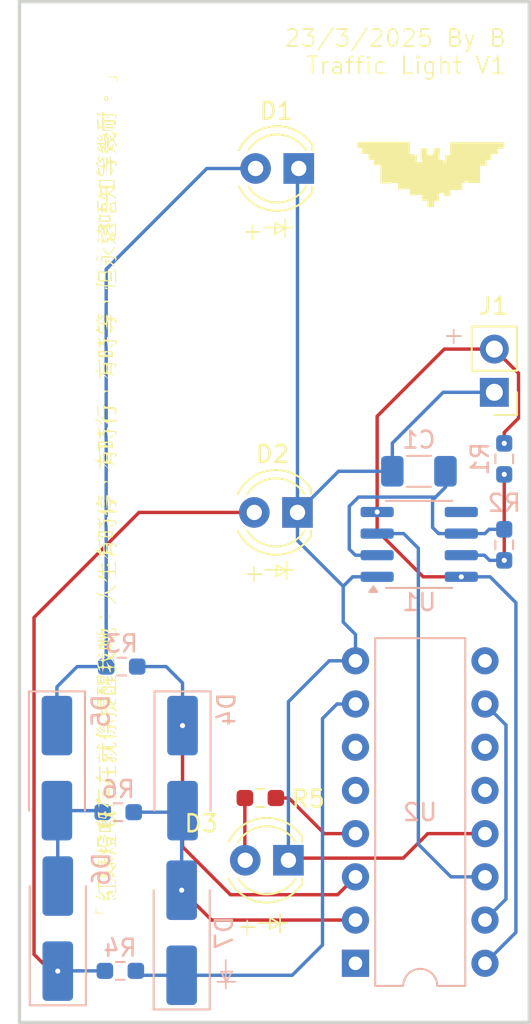
<source format=kicad_pcb>
(kicad_pcb (version 20240108) (generator "pcbnew") (generator_version "8.0")
  (layers (0 "F.Cu" signal) (31 "B.Cu" signal) (34 "B.Paste" user) (35 "F.Paste" user) (36 "B.SilkS" user "B.Silkscreen") (37 "F.SilkS" user "F.Silkscreen") (38 "B.Mask" user) (39 "F.Mask" user) (44 "Edge.Cuts" user))
  (net 0 "")
  (net 1 "Net-(U1-THR)")
  (net 2 "GND")
  (net 3 "Net-(D1-A)")
  (net 4 "Net-(D2-A)")
  (net 5 "Net-(D3-A)")
  (net 6 "Net-(D4-A)")
  (net 7 "Net-(D4-K)")
  (net 8 "Net-(D5-A)")
  (net 9 "/VBus")
  (net 10 "Net-(U1-DIS)")
  (net 11 "Net-(U2-Q2)")
  (net 13 "Net-(U1-Q)")
  (net 14 "Net-(U2-Q4)")
  (net 21 "Net-(D7-K)")
  (footprint "LED_THT:LED_D4.0mm" (layer "F.Cu") (at 145.3952 100.4118 180)
    (property "Reference" "D2" (at 1.4732 3.429 180) (layer "F.SilkS"))
    (property "Value" "AMBER" (hide yes))
    (pad "1" thru_hole rect (at 0 0 180) (size 1.8 1.8) (drill 0.9) (layers "*.Cu" "*.Mask") (net 2 "GND"))
    (pad "2" thru_hole circle (at 2.54 0 180) (size 1.8 1.8) (drill 0.9) (layers "*.Cu" "*.Mask") (net 4 "Net-(D2-A)"))
  )
  (footprint "LOGO" (layer "F.Cu") (at 153.048883 80.559177)
    (property "Reference" "G***" (hide yes))
    (property "Value" "LOGO" (hide yes))
  )
  (footprint "LOGO" (layer "F.Cu") (at 134.0358 99.2378 90)
    (property "Reference" "G***" (hide yes))
    (property "Value" "LOGO" (hide yes))
  )
  (footprint "LED_THT:LED_D4.0mm" (layer "F.Cu") (at 145.4714 80.1934 180)
    (property "Reference" "D1" (at 1.3208 3.3782 180) (layer "F.SilkS"))
    (property "Value" "RED" (hide yes))
    (pad "1" thru_hole rect (at 0 0 180) (size 1.8 1.8) (drill 0.9) (layers "*.Cu" "*.Mask") (net 2 "GND"))
    (pad "2" thru_hole circle (at 2.54 0 180) (size 1.8 1.8) (drill 0.9) (layers "*.Cu" "*.Mask") (net 3 "Net-(D1-A)"))
  )
  (footprint "LED_THT:LED_D4.0mm" (layer "F.Cu") (at 144.8618 120.8588 180)
    (property "Reference" "D3" (at 5.1308 2.159 180) (layer "F.SilkS"))
    (property "Value" "GREEN" (hide yes))
    (pad "1" thru_hole rect (at 0 0 180) (size 1.8 1.8) (drill 0.9) (layers "*.Cu" "*.Mask") (net 2 "GND"))
    (pad "2" thru_hole circle (at 2.54 0 180) (size 1.8 1.8) (drill 0.9) (layers "*.Cu" "*.Mask") (net 5 "Net-(D3-A)"))
  )
  (footprint "Resistor_SMD:R_0603_1608Metric_Pad0.98x0.95mm_HandSolder" (layer "F.Cu") (at 143.2127 117.2012)
    (property "Reference" "R5" (at 2.8175 0.0508 0) (layer "F.SilkS"))
    (property "Value" "180" (hide yes))
    (pad "1" smd roundrect (at -0.9125 0) (size 0.975 0.95) (layers "F.Cu" "F.Paste" "F.Mask") (net 5 "Net-(D3-A)"))
    (pad "2" smd roundrect (at 0.9125 0) (size 0.975 0.95) (layers "F.Cu" "F.Paste" "F.Mask") (net 11 "Net-(U2-Q2)"))
  )
  (footprint "Connector_PinHeader_2.54mm:PinHeader_1x02_P2.54mm_Vertical" (layer "F.Cu") (at 156.9776 93.3506 180)
    (property "Reference" "J1" (at 0.0508 5.08 0) (layer "F.SilkS"))
    (property "Value" "Power" (hide yes))
    (pad "1" thru_hole rect (at 0 0 180) (size 1.7 1.7) (drill 1) (layers "*.Cu" "*.Mask") (net 2 "GND"))
    (pad "2" thru_hole oval (at 0 2.54 180) (size 1.7 1.7) (drill 1) (layers "*.Cu" "*.Mask") (net 9 "/VBus"))
  )
  (footprint "Package_DIP:DIP-16_W7.62mm" (layer "B.Cu") (at 148.8088 126.9144)
    (property "Reference" "U2" (at 3.8 -8.875 0) (layer "B.SilkS") (effects (justify mirror)))
    (property "Value" "4017" (hide yes))
    (pad "1" thru_hole rect (at 0 0) (size 1.6 1.6) (drill 0.8) (layers "*.Cu" "*.Mask"))
    (pad "2" thru_hole oval (at 0 -2.54) (size 1.6 1.6) (drill 0.8) (layers "*.Cu" "*.Mask") (net 6 "Net-(D4-A)"))
    (pad "3" thru_hole oval (at 0 -5.08) (size 1.6 1.6) (drill 0.8) (layers "*.Cu" "*.Mask") (net 7 "Net-(D4-K)"))
    (pad "4" thru_hole oval (at 0 -7.62) (size 1.6 1.6) (drill 0.8) (layers "*.Cu" "*.Mask") (net 11 "Net-(U2-Q2)"))
    (pad "5" thru_hole oval (at 0 -10.16) (size 1.6 1.6) (drill 0.8) (layers "*.Cu" "*.Mask"))
    (pad "6" thru_hole oval (at 0 -12.7) (size 1.6 1.6) (drill 0.8) (layers "*.Cu" "*.Mask"))
    (pad "7" thru_hole oval (at 0 -15.24) (size 1.6 1.6) (drill 0.8) (layers "*.Cu" "*.Mask") (net 21 "Net-(D7-K)"))
    (pad "8" thru_hole oval (at 0 -17.78) (size 1.6 1.6) (drill 0.8) (layers "*.Cu" "*.Mask") (net 2 "GND"))
    (pad "9" thru_hole oval (at 7.62 -17.78) (size 1.6 1.6) (drill 0.8) (layers "*.Cu" "*.Mask"))
    (pad "10" thru_hole oval (at 7.62 -15.24) (size 1.6 1.6) (drill 0.8) (layers "*.Cu" "*.Mask") (net 14 "Net-(U2-Q4)"))
    (pad "11" thru_hole oval (at 7.62 -12.7) (size 1.6 1.6) (drill 0.8) (layers "*.Cu" "*.Mask"))
    (pad "12" thru_hole oval (at 7.62 -10.16) (size 1.6 1.6) (drill 0.8) (layers "*.Cu" "*.Mask"))
    (pad "13" thru_hole oval (at 7.62 -7.62) (size 1.6 1.6) (drill 0.8) (layers "*.Cu" "*.Mask") (net 2 "GND"))
    (pad "14" thru_hole oval (at 7.62 -5.08) (size 1.6 1.6) (drill 0.8) (layers "*.Cu" "*.Mask") (net 13 "Net-(U1-Q)"))
    (pad "15" thru_hole oval (at 7.62 -2.54) (size 1.6 1.6) (drill 0.8) (layers "*.Cu" "*.Mask") (net 14 "Net-(U2-Q4)"))
    (pad "16" thru_hole oval (at 7.62 0) (size 1.6 1.6) (drill 0.8) (layers "*.Cu" "*.Mask") (net 9 "/VBus"))
  )
  (footprint "Resistor_SMD:R_0603_1608Metric_Pad0.98x0.95mm_HandSolder" (layer "B.Cu") (at 157.5618 102.3168 90)
    (property "Reference" "R2" (at 2.4619 0 180) (layer "B.SilkS") (effects (justify mirror)))
    (property "Value" "5k" (hide yes))
    (pad "1" smd roundrect (at -0.9125 0 90) (size 0.975 0.95) (layers "B.Cu" "B.Paste" "B.Mask") (net 10 "Net-(U1-DIS)"))
    (pad "2" smd roundrect (at 0.9125 0 90) (size 0.975 0.95) (layers "B.Cu" "B.Paste" "B.Mask") (net 1 "Net-(U1-THR)"))
  )
  (footprint "Diode_SMD:D_SMA_Handsoldering" (layer "B.Cu") (at 138.5824 125.1204 90)
    (property "Reference" "D7" (at 0 2.5 90) (layer "B.SilkS") (effects (justify mirror)))
    (property "Value" "D_Schottky" (hide yes))
    (pad "1" smd roundrect (at -2.5 0 90) (size 3.5 1.8) (layers "B.Cu" "B.Paste" "B.Mask") (roundrect_rratio 0.1388888889) (net 21 "Net-(D7-K)"))
    (pad "2" smd roundrect (at 2.5 0 90) (size 3.5 1.8) (layers "B.Cu" "B.Paste" "B.Mask") (roundrect_rratio 0.1388888889) (net 6 "Net-(D4-A)"))
  )
  (footprint "Resistor_SMD:R_0603_1608Metric_Pad0.98x0.95mm_HandSolder" (layer "B.Cu") (at 135.0537 109.474)
    (property "Reference" "R3" (at -0.0235 -1.3462 0) (layer "B.SilkS") (effects (justify mirror)))
    (property "Value" "180" (hide yes))
    (pad "1" smd roundrect (at -0.9125 0) (size 0.975 0.95) (layers "B.Cu" "B.Paste" "B.Mask") (net 3 "Net-(D1-A)"))
    (pad "2" smd roundrect (at 0.9125 0) (size 0.975 0.95) (layers "B.Cu" "B.Paste" "B.Mask") (net 7 "Net-(D4-K)"))
  )
  (footprint "Diode_SMD:D_SMA_Handsoldering" (layer "B.Cu") (at 131.2418 115.443 -90)
    (property "Reference" "D5" (at -3.3528 -2.5908 90) (layer "B.SilkS") (effects (justify mirror)))
    (property "Value" "D_Schottky" (hide yes))
    (pad "1" smd roundrect (at -2.5 0 270) (size 3.5 1.8) (layers "B.Cu" "B.Paste" "B.Mask") (roundrect_rratio 0.1388888889) (net 3 "Net-(D1-A)"))
    (pad "2" smd roundrect (at 2.5 0 270) (size 3.5 1.8) (layers "B.Cu" "B.Paste" "B.Mask") (roundrect_rratio 0.1388888889) (net 8 "Net-(D5-A)"))
  )
  (footprint "Package_SO:SOIC-8_3.9x4.9mm_P1.27mm" (layer "B.Cu") (at 152.558 102.2914)
    (property "Reference" "U1" (at 0 3.4 0) (layer "B.SilkS") (effects (justify mirror)))
    (property "Value" "LM555xM" (hide yes))
    (pad "1" smd roundrect (at -2.475 1.905) (size 1.95 0.6) (layers "B.Cu" "B.Paste" "B.Mask") (net 2 "GND"))
    (pad "2" smd roundrect (at -2.475 0.635) (size 1.95 0.6) (layers "B.Cu" "B.Paste" "B.Mask") (net 1 "Net-(U1-THR)"))
    (pad "3" smd roundrect (at -2.475 -0.635) (size 1.95 0.6) (layers "B.Cu" "B.Paste" "B.Mask") (net 13 "Net-(U1-Q)"))
    (pad "4" smd roundrect (at -2.475 -1.905) (size 1.95 0.6) (layers "B.Cu" "B.Paste" "B.Mask") (net 9 "/VBus"))
    (pad "5" smd roundrect (at 2.475 -1.905) (size 1.95 0.6) (layers "B.Cu" "B.Paste" "B.Mask"))
    (pad "6" smd roundrect (at 2.475 -0.635) (size 1.95 0.6) (layers "B.Cu" "B.Paste" "B.Mask") (net 1 "Net-(U1-THR)"))
    (pad "7" smd roundrect (at 2.475 0.635) (size 1.95 0.6) (layers "B.Cu" "B.Paste" "B.Mask") (net 10 "Net-(U1-DIS)"))
    (pad "8" smd roundrect (at 2.475 1.905) (size 1.95 0.6) (layers "B.Cu" "B.Paste" "B.Mask") (net 9 "/VBus"))
  )
  (footprint "Resistor_SMD:R_0603_1608Metric_Pad0.98x0.95mm_HandSolder" (layer "B.Cu") (at 134.9756 127.3612)
    (property "Reference" "R4" (at -0.0235 -1.3462 0) (layer "B.SilkS") (effects (justify mirror)))
    (property "Value" "180" (hide yes))
    (pad "1" smd roundrect (at -0.9125 0) (size 0.975 0.95) (layers "B.Cu" "B.Paste" "B.Mask") (net 4 "Net-(D2-A)"))
    (pad "2" smd roundrect (at 0.9125 0) (size 0.975 0.95) (layers "B.Cu" "B.Paste" "B.Mask") (net 21 "Net-(D7-K)"))
  )
  (footprint "Capacitor_SMD:C_1206_3216Metric_Pad1.33x1.80mm_HandSolder" (layer "B.Cu") (at 152.5393 97.9932 180)
    (property "Reference" "C1" (at 0 1.85 0) (layer "B.SilkS") (effects (justify mirror)))
    (property "Value" "22uF" (hide yes))
    (pad "1" smd roundrect (at -1.5625 0 180) (size 1.325 1.8) (layers "B.Cu" "B.Paste" "B.Mask") (roundrect_rratio 0.188679) (net 1 "Net-(U1-THR)"))
    (pad "2" smd roundrect (at 1.5625 0 180) (size 1.325 1.8) (layers "B.Cu" "B.Paste" "B.Mask") (roundrect_rratio 0.188679) (net 2 "GND"))
  )
  (footprint "Resistor_SMD:R_0603_1608Metric_Pad0.98x0.95mm_HandSolder" (layer "B.Cu") (at 157.5618 97.2641 -90)
    (property "Reference" "R1" (at 0 1.43 90) (layer "B.SilkS") (effects (justify mirror)))
    (property "Value" "10k" (hide yes))
    (pad "1" smd roundrect (at -0.9125 0 270) (size 0.975 0.95) (layers "B.Cu" "B.Paste" "B.Mask") (net 9 "/VBus"))
    (pad "2" smd roundrect (at 0.9125 0 270) (size 0.975 0.95) (layers "B.Cu" "B.Paste" "B.Mask") (net 10 "Net-(U1-DIS)"))
  )
  (footprint "Resistor_SMD:R_0603_1608Metric_Pad0.98x0.95mm_HandSolder" (layer "B.Cu") (at 134.8486 118.0338)
    (property "Reference" "R6" (at 0 -1.3462 0) (layer "B.SilkS") (effects (justify mirror)))
    (property "Value" "400" (hide yes))
    (pad "1" smd roundrect (at -0.9125 0) (size 0.975 0.95) (layers "B.Cu" "B.Paste" "B.Mask") (net 8 "Net-(D5-A)"))
    (pad "2" smd roundrect (at 0.9125 0) (size 0.975 0.95) (layers "B.Cu" "B.Paste" "B.Mask") (net 6 "Net-(D4-A)"))
  )
  (footprint "Diode_SMD:D_SMA_Handsoldering" (layer "B.Cu") (at 138.6332 115.443 -90)
    (property "Reference" "D4" (at -3.4544 -2.5908 90) (layer "B.SilkS") (effects (justify mirror)))
    (property "Value" "D_Schottky" (hide yes))
    (pad "1" smd roundrect (at -2.5 0 270) (size 3.5 1.8) (layers "B.Cu" "B.Paste" "B.Mask") (roundrect_rratio 0.1388888889) (net 7 "Net-(D4-K)"))
    (pad "2" smd roundrect (at 2.5 0 270) (size 3.5 1.8) (layers "B.Cu" "B.Paste" "B.Mask") (roundrect_rratio 0.1388888889) (net 6 "Net-(D4-A)"))
  )
  (footprint "Diode_SMD:D_SMA_Handsoldering" (layer "B.Cu") (at 131.2926 124.8772 90)
    (property "Reference" "D6" (at 3.4906 2.5654 90) (layer "B.SilkS") (effects (justify mirror)))
    (property "Value" "D_Schottky" (hide yes))
    (pad "1" smd roundrect (at -2.5 0 90) (size 3.5 1.8) (layers "B.Cu" "B.Paste" "B.Mask") (roundrect_rratio 0.1388888889) (net 4 "Net-(D2-A)"))
    (pad "2" smd roundrect (at 2.5 0 90) (size 3.5 1.8) (layers "B.Cu" "B.Paste" "B.Mask") (roundrect_rratio 0.1388888889) (net 8 "Net-(D5-A)"))
  )
  (gr_line (start 141.1732 128.4097) (end 141.1732 126.7333) (stroke (width 0.1)) (layer "B.SilkS"))
  (gr_line (start 141.5542 127.3937) (end 140.8938 127.4191) (stroke (width 0.1)) (layer "B.SilkS"))
  (gr_line (start 141.732 128.0033) (end 140.6906 128.0033) (stroke (width 0.1)) (layer "B.SilkS"))
  (gr_line (start 141.2113 128.0033) (end 141.5542 127.3937) (stroke (width 0.1)) (layer "B.SilkS"))
  (gr_line (start 154.178 90.043) (end 155.0162 90.043) (stroke (width 0.1)) (layer "B.SilkS"))
  (gr_line (start 154.5844 89.662) (end 154.5844 90.4748) (stroke (width 0.1)) (layer "B.SilkS"))
  (gr_line (start 141.2113 128.0033) (end 140.8938 127.4191) (stroke (width 0.1)) (layer "B.SilkS"))
  (gr_line (start 145.161 103.7844) (end 143.4846 103.7844) (stroke (width 0.1)) (layer "F.SilkS"))
  (gr_line (start 144.7546 104.3432) (end 144.7546 103.3018) (stroke (width 0.1)) (layer "F.SilkS"))
  (gr_line (start 144.7546 103.8225) (end 144.145 104.1654) (stroke (width 0.1)) (layer "F.SilkS"))
  (gr_line (start 144.3736 124.5743) (end 143.764 124.9172) (stroke (width 0.1)) (layer "F.SilkS"))
  (gr_line (start 144.6784 83.7057) (end 144.0942 83.3882) (stroke (width 0.1)) (layer "F.SilkS"))
  (gr_line (start 144.7546 103.8225) (end 144.1704 103.505) (stroke (width 0.1)) (layer "F.SilkS"))
  (gr_line (start 144.0688 84.0486) (end 144.0942 83.3882) (stroke (width 0.1)) (layer "F.SilkS"))
  (gr_line (start 144.3736 125.095) (end 144.3736 124.0536) (stroke (width 0.1)) (layer "F.SilkS"))
  (gr_line (start 142.8242 103.6574) (end 142.8242 104.4702) (stroke (width 0.1)) (layer "F.SilkS"))
  (gr_line (start 144.3736 124.5743) (end 143.7894 124.2568) (stroke (width 0.1)) (layer "F.SilkS"))
  (gr_line (start 144.6784 83.7057) (end 144.0688 84.0486) (stroke (width 0.1)) (layer "F.SilkS"))
  (gr_line (start 144.78 124.5362) (end 143.1036 124.5362) (stroke (width 0.1)) (layer "F.SilkS"))
  (gr_line (start 144.145 104.1654) (end 144.1704 103.505) (stroke (width 0.1)) (layer "F.SilkS"))
  (gr_line (start 142.748 83.5406) (end 142.748 84.3534) (stroke (width 0.1)) (layer "F.SilkS"))
  (gr_line (start 142.8877 124.7902) (end 142.0495 124.7902) (stroke (width 0.1)) (layer "F.SilkS"))
  (gr_line (start 143.2687 104.0384) (end 142.4305 104.0384) (stroke (width 0.1)) (layer "F.SilkS"))
  (gr_line (start 142.4432 124.4092) (end 142.4432 125.222) (stroke (width 0.1)) (layer "F.SilkS"))
  (gr_line (start 145.0848 83.6676) (end 143.4084 83.6676) (stroke (width 0.1)) (layer "F.SilkS"))
  (gr_line (start 143.764 124.9172) (end 143.7894 124.2568) (stroke (width 0.1)) (layer "F.SilkS"))
  (gr_line (start 144.6784 84.2264) (end 144.6784 83.185) (stroke (width 0.1)) (layer "F.SilkS"))
  (gr_line (start 143.1925 83.9216) (end 142.3543 83.9216) (stroke (width 0.1)) (layer "F.SilkS"))
  (gr_rect (start 129.0376 70.389) (end 159.0376 130.389) (stroke (width 0.2)) (fill none) (layer "Edge.Cuts"))
  (gr_text "23/3/2025 By B\nTraffic Light V1" (at 157.734 74.7268 0) (layer "F.SilkS") (effects (font (size 1 1) (thickness 0.1)) (justify right bottom)))
  (segment (start 153.3454 101.3008) (end 153.3454 99.6894) (width 0.2) (layer "B.Cu") (net 1))
  (segment (start 148.4432 102.5708) (end 148.7988 102.9264) (width 0.2) (layer "B.Cu") (net 1))
  (segment (start 153.701 101.6564) (end 155.033 101.6564) (width 0.2) (layer "B.Cu") (net 1))
  (segment (start 156.4188 101.6564) (end 155.033 101.6564) (width 0.2) (layer "B.Cu") (net 1))
  (segment (start 157.5618 101.4043) (end 156.6709 101.4043) (width 0.2) (layer "B.Cu") (net 1))
  (segment (start 148.4432 100.0562) (end 148.4432 102.5708) (width 0.2) (layer "B.Cu") (net 1))
  (segment (start 148.989 99.5104) (end 148.4432 100.0562) (width 0.2) (layer "B.Cu") (net 1))
  (segment (start 153.3454 101.3008) (end 153.701 101.6564) (width 0.2) (layer "B.Cu") (net 1))
  (segment (start 156.6709 101.4043) (end 156.4188 101.6564) (width 0.2) (layer "B.Cu") (net 1))
  (segment (start 153.3454 99.6894) (end 153.5244 99.5104) (width 0.2) (layer "B.Cu") (net 1))
  (segment (start 148.7988 102.9264) (end 150.083 102.9264) (width 0.2) (layer "B.Cu") (net 1))
  (segment (start 154.1018 97.9932) (end 154.1018 98.933) (width 0.2) (layer "B.Cu") (net 1))
  (segment (start 154.1018 98.933) (end 153.5244 99.5104) (width 0.2) (layer "B.Cu") (net 1))
  (segment (start 153.5244 99.5104) (end 148.989 99.5104) (width 0.2) (layer "B.Cu") (net 1))
  (segment (start 153.0556 119.2944) (end 156.4288 119.2944) (width 0.2) (layer "F.Cu") (net 2))
  (segment (start 144.9862 120.7344) (end 151.6156 120.7344) (width 0.2) (layer "F.Cu") (net 2))
  (segment (start 151.6156 120.7344) (end 153.0556 119.2944) (width 0.2) (layer "F.Cu") (net 2))
  (segment (start 144.8618 120.8588) (end 144.9862 120.7344) (width 0.2) (layer "F.Cu") (net 2))
  (segment (start 145.3952 80.2696) (end 145.4714 80.1934) (width 0.2) (layer "B.Cu") (net 2))
  (segment (start 144.8618 120.8588) (end 144.8618 111.537) (width 0.2) (layer "B.Cu") (net 2))
  (segment (start 148.0876 104.7552) (end 148.0876 106.8634) (width 0.2) (layer "B.Cu") (net 2))
  (segment (start 150.9768 97.9932) (end 150.9768 96.343) (width 0.2) (layer "B.Cu") (net 2))
  (segment (start 148.0368 104.7044) (end 145.3952 102.0628) (width 0.2) (layer "B.Cu") (net 2))
  (segment (start 145.3952 102.0628) (end 145.3952 100.4118) (width 0.2) (layer "B.Cu") (net 2))
  (segment (start 145.3952 100.4118) (end 145.3952 80.2696) (width 0.2) (layer "B.Cu") (net 2))
  (segment (start 147.2644 109.1344) (end 148.8088 109.1344) (width 0.2) (layer "B.Cu") (net 2))
  (segment (start 148.1384 104.7044) (end 148.0876 104.7552) (width 0.2) (layer "B.Cu") (net 2))
  (segment (start 148.1384 104.7044) (end 148.0368 104.7044) (width 0.2) (layer "B.Cu") (net 2))
  (segment (start 148.6464 104.1964) (end 148.1384 104.7044) (width 0.2) (layer "B.Cu") (net 2))
  (segment (start 148.8088 107.5846) (end 148.8088 109.1344) (width 0.2) (layer "B.Cu") (net 2))
  (segment (start 147.8138 97.9932) (end 150.9768 97.9932) (width 0.2) (layer "B.Cu") (net 2))
  (segment (start 150.083 104.1964) (end 148.6464 104.1964) (width 0.2) (layer "B.Cu") (net 2))
  (segment (start 150.9768 96.343) (end 153.9692 93.3506) (width 0.2) (layer "B.Cu") (net 2))
  (segment (start 144.8618 111.537) (end 147.2644 109.1344) (width 0.2) (layer "B.Cu") (net 2))
  (segment (start 153.9692 93.3506) (end 156.9776 93.3506) (width 0.2) (layer "B.Cu") (net 2))
  (segment (start 148.0876 106.8634) (end 148.8088 107.5846) (width 0.2) (layer "B.Cu") (net 2))
  (segment (start 145.3952 100.4118) (end 147.8138 97.9932) (width 0.2) (layer "B.Cu") (net 2))
  (segment (start 131.2418 110.6678) (end 132.4356 109.474) (width 0.2) (layer "B.Cu") (net 3))
  (segment (start 140.0612 80.1934) (end 142.9314 80.1934) (width 0.2) (layer "B.Cu") (net 3))
  (segment (start 131.2418 112.943) (end 131.2418 110.6678) (width 0.2) (layer "B.Cu") (net 3))
  (segment (start 134.1412 86.1134) (end 140.0612 80.1934) (width 0.2) (layer "B.Cu") (net 3))
  (segment (start 134.1412 109.474) (end 134.1412 86.1134) (width 0.2) (layer "B.Cu") (net 3))
  (segment (start 132.4356 109.474) (end 134.1412 109.474) (width 0.2) (layer "B.Cu") (net 3))
  (segment (start 129.8956 126.3904) (end 130.8824 127.3772) (width 0.2) (layer "F.Cu") (net 4))
  (segment (start 136.0734 100.4118) (end 129.8956 106.5896) (width 0.2) (layer "F.Cu") (net 4))
  (segment (start 142.8552 100.4118) (end 136.0734 100.4118) (width 0.2) (layer "F.Cu") (net 4))
  (segment (start 129.8956 106.5896) (end 129.8956 126.3904) (width 0.2) (layer "F.Cu") (net 4))
  (segment (start 130.8824 127.3772) (end 131.2926 127.3772) (width 0.2) (layer "F.Cu") (net 4))
  (via (at 131.2926 127.3772) (size 0.6) (drill 0.3) (layers "F.Cu" "B.Cu") (net 4))
  (segment (start 134.0631 127.3612) (end 131.3086 127.3612) (width 0.2) (layer "B.Cu") (net 4))
  (segment (start 131.3086 127.3612) (end 131.2926 127.3772) (width 0.2) (layer "B.Cu") (net 4))
  (segment (start 142.3002 120.8372) (end 142.3218 120.8588) (width 0.2) (layer "F.Cu") (net 5))
  (segment (start 142.3002 117.2012) (end 142.3002 120.8372) (width 0.2) (layer "F.Cu") (net 5))
  (segment (start 148.8088 124.3744) (end 140.3364 124.3744) (width 0.2) (layer "F.Cu") (net 6))
  (segment (start 140.3364 124.3744) (end 138.5824 122.6204) (width 0.2) (layer "F.Cu") (net 6))
  (via (at 138.5824 122.6204) (size 0.6) (drill 0.3) (layers "F.Cu" "B.Cu") (net 6))
  (segment (start 138.5424 118.0338) (end 138.6332 117.943) (width 0.2) (layer "B.Cu") (net 6))
  (segment (start 138.5824 117.9938) (end 138.6332 117.943) (width 0.2) (layer "B.Cu") (net 6))
  (segment (start 135.7611 118.0338) (end 138.5424 118.0338) (width 0.2) (layer "B.Cu") (net 6))
  (segment (start 138.5824 122.6204) (end 138.5824 117.9938) (width 0.2) (layer "B.Cu") (net 6))
  (segment (start 138.6332 120.0658) (end 138.6332 112.943) (width 0.2) (layer "F.Cu") (net 7))
  (segment (start 148.8088 121.8344) (end 147.758 122.8852) (width 0.2) (layer "F.Cu") (net 7))
  (segment (start 141.4526 122.8852) (end 138.6332 120.0658) (width 0.2) (layer "F.Cu") (net 7))
  (segment (start 147.758 122.8852) (end 141.4526 122.8852) (width 0.2) (layer "F.Cu") (net 7))
  (via (at 138.6332 112.943) (size 0.6) (drill 0.3) (layers "F.Cu" "B.Cu") (net 7))
  (segment (start 137.668 109.474) (end 138.6332 110.4392) (width 0.2) (layer "B.Cu") (net 7))
  (segment (start 138.6332 110.4392) (end 138.6332 112.943) (width 0.2) (layer "B.Cu") (net 7))
  (segment (start 135.9662 109.474) (end 137.668 109.474) (width 0.2) (layer "B.Cu") (net 7))
  (segment (start 131.2926 122.3772) (end 131.2926 117.9938) (width 0.2) (layer "B.Cu") (net 8))
  (segment (start 131.2418 117.943) (end 133.8453 117.943) (width 0.2) (layer "B.Cu") (net 8))
  (segment (start 133.8453 117.943) (end 133.9361 118.0338) (width 0.2) (layer "B.Cu") (net 8))
  (segment (start 131.2926 117.9938) (end 131.2418 117.943) (width 0.2) (layer "B.Cu") (net 8))
  (segment (start 157.5618 95.7128) (end 157.5618 96.3516) (width 0.2) (layer "F.Cu") (net 9))
  (segment (start 150.083 101.4928) (end 150.083 100.3864) (width 0.2) (layer "F.Cu") (net 9))
  (segment (start 158.4 92.233) (end 158.4 94.8746) (width 0.2) (layer "F.Cu") (net 9))
  (segment (start 150.083 94.7588) (end 154.0312 90.8106) (width 0.2) (layer "F.Cu") (net 9))
  (segment (start 154.0312 90.8106) (end 156.9776 90.8106) (width 0.2) (layer "F.Cu") (net 9))
  (segment (start 156.9776 90.8106) (end 158.4 92.233) (width 0.2) (layer "F.Cu") (net 9))
  (segment (start 155.033 104.1964) (end 152.7866 104.1964) (width 0.2) (layer "F.Cu") (net 9))
  (segment (start 150.083 100.3864) (end 150.083 94.7588) (width 0.2) (layer "F.Cu") (net 9))
  (segment (start 152.7866 104.1964) (end 150.083 101.4928) (width 0.2) (layer "F.Cu") (net 9))
  (segment (start 158.4 94.8746) (end 157.5618 95.7128) (width 0.2) (layer "F.Cu") (net 9))
  (via (at 155.033 104.1964) (size 0.6) (drill 0.3) (layers "F.Cu" "B.Cu") (net 9))
  (via (at 150.083 100.3864) (size 0.6) (drill 0.3) (layers "F.Cu" "B.Cu") (net 9))
  (via (at 157.5618 96.3516) (size 0.6) (drill 0.3) (layers "F.Cu" "B.Cu") (net 9))
  (segment (start 156.4288 126.9144) (end 158.2476 125.0956) (width 0.2) (layer "B.Cu") (net 9))
  (segment (start 156.7236 104.1964) (end 155.033 104.1964) (width 0.2) (layer "B.Cu") (net 9))
  (segment (start 158.2476 105.7204) (end 156.7236 104.1964) (width 0.2) (layer "B.Cu") (net 9))
  (segment (start 155.033 104.1964) (end 154.9202 104.1964) (width 0.2) (layer "B.Cu") (net 9))
  (segment (start 158.2476 125.0956) (end 158.2476 105.7204) (width 0.2) (layer "B.Cu") (net 9))
  (segment (start 157.5618 103.2293) (end 157.5618 98.1766) (width 0.2) (layer "F.Cu") (net 10))
  (via (at 157.5618 103.2293) (size 0.6) (drill 0.3) (layers "F.Cu" "B.Cu") (net 10))
  (via (at 157.5618 98.1766) (size 0.6) (drill 0.3) (layers "F.Cu" "B.Cu") (net 10))
  (segment (start 156.6963 103.2293) (end 157.5618 103.2293) (width 0.2) (layer "B.Cu") (net 10))
  (segment (start 155.033 102.9264) (end 156.3934 102.9264) (width 0.2) (layer "B.Cu") (net 10))
  (segment (start 156.3934 102.9264) (end 156.6963 103.2293) (width 0.2) (layer "B.Cu") (net 10))
  (segment (start 148.8088 119.2944) (end 146.9804 119.2944) (width 0.2) (layer "F.Cu") (net 11))
  (segment (start 144.8872 117.2012) (end 144.1252 117.2012) (width 0.2) (layer "F.Cu") (net 11))
  (segment (start 146.9804 119.2944) (end 144.8872 117.2012) (width 0.2) (layer "F.Cu") (net 11))
  (segment (start 152.5072 119.919) (end 152.5072 102.52) (width 0.2) (layer "B.Cu") (net 13))
  (segment (start 152.5072 102.52) (end 151.6436 101.6564) (width 0.2) (layer "B.Cu") (net 13))
  (segment (start 151.6436 101.6564) (end 150.083 101.6564) (width 0.2) (layer "B.Cu") (net 13))
  (segment (start 156.4288 121.8344) (end 154.4226 121.8344) (width 0.2) (layer "B.Cu") (net 13))
  (segment (start 154.4226 121.8344) (end 152.5072 119.919) (width 0.2) (layer "B.Cu") (net 13))
  (segment (start 156.4288 124.3744) (end 157.6634 123.1398) (width 0.2) (layer "B.Cu") (net 14))
  (segment (start 157.6634 112.909) (end 156.4288 111.6744) (width 0.2) (layer "B.Cu") (net 14))
  (segment (start 157.6634 123.1398) (end 157.6634 112.909) (width 0.2) (layer "B.Cu") (net 14))
  (segment (start 148.8088 111.6744) (end 147.7216 111.6744) (width 0.2) (layer "B.Cu") (net 21))
  (segment (start 147.7216 111.6744) (end 146.8684 112.5276) (width 0.2) (layer "B.Cu") (net 21))
  (segment (start 138.5824 127.6204) (end 136.1473 127.6204) (width 0.2) (layer "B.Cu") (net 21))
  (segment (start 146.8684 125.8372) (end 145.0852 127.6204) (width 0.2) (layer "B.Cu") (net 21))
  (segment (start 136.1473 127.6204) (end 135.8881 127.3612) (width 0.2) (layer "B.Cu") (net 21))
  (segment (start 145.0852 127.6204) (end 138.5824 127.6204) (width 0.2) (layer "B.Cu") (net 21))
  (segment (start 146.8684 112.5276) (end 146.8684 125.8372) (width 0.2) (layer "B.Cu") (net 21))
)
</source>
